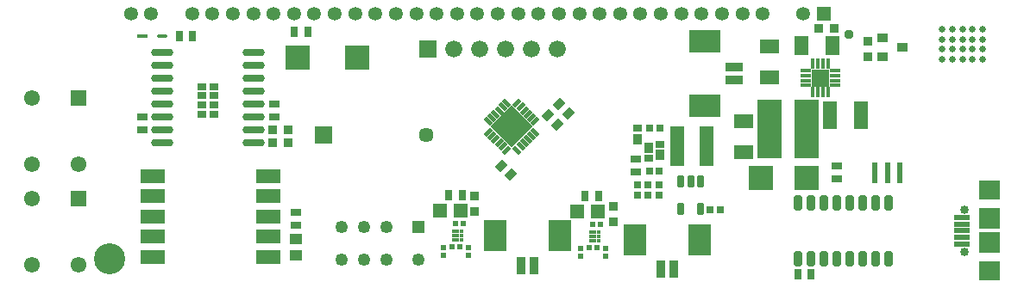
<source format=gbr>
%TF.GenerationSoftware,Altium Limited,Altium Designer,22.2.1 (43)*%
G04 Layer_Color=16711935*
%FSLAX26Y26*%
%MOIN*%
%TF.SameCoordinates,49CA406D-FE3E-4379-A0B2-47437619DC98*%
%TF.FilePolarity,Negative*%
%TF.FileFunction,Soldermask,Bot*%
%TF.Part,Single*%
G01*
G75*
%TA.AperFunction,ComponentPad*%
%ADD55C,0.049213*%
%ADD56R,0.049213X0.049213*%
%ADD57C,0.061024*%
%ADD58R,0.061024X0.061024*%
%TA.AperFunction,SMDPad,CuDef*%
%ADD112R,0.039592X0.015452*%
G04:AMPARAMS|DCode=113|XSize=39.592mil|YSize=15.452mil|CornerRadius=7.726mil|HoleSize=0mil|Usage=FLASHONLY|Rotation=0.000|XOffset=0mil|YOffset=0mil|HoleType=Round|Shape=RoundedRectangle|*
%AMROUNDEDRECTD113*
21,1,0.039592,0.000000,0,0,0.0*
21,1,0.024140,0.015452,0,0,0.0*
1,1,0.015452,0.012070,0.000000*
1,1,0.015452,-0.012070,0.000000*
1,1,0.015452,-0.012070,0.000000*
1,1,0.015452,0.012070,0.000000*
%
%ADD113ROUNDEDRECTD113*%
G04:AMPARAMS|DCode=142|XSize=40.157mil|YSize=28.346mil|CornerRadius=0mil|HoleSize=0mil|Usage=FLASHONLY|Rotation=45.000|XOffset=0mil|YOffset=0mil|HoleType=Round|Shape=Rectangle|*
%AMROTATEDRECTD142*
4,1,4,-0.004176,-0.024220,-0.024220,-0.004176,0.004176,0.024220,0.024220,0.004176,-0.004176,-0.024220,0.0*
%
%ADD142ROTATEDRECTD142*%

%ADD143R,0.028346X0.040157*%
%ADD144R,0.037496X0.068992*%
%ADD145R,0.088677X0.124110*%
%ADD146R,0.038000X0.038000*%
%ADD147R,0.053240X0.057180*%
%ADD148R,0.023323X0.021748*%
%ADD149R,0.021748X0.023323*%
%TA.AperFunction,BGAPad,CuDef*%
%ADD150C,0.015000*%
%TA.AperFunction,SMDPad,CuDef*%
%ADD151R,0.038000X0.038000*%
%ADD152R,0.037496X0.025685*%
%ADD153O,0.084740X0.029622*%
%ADD154R,0.040157X0.028346*%
%ADD155P,0.164383X4X90.0*%
G04:AMPARAMS|DCode=156|XSize=37.496mil|YSize=17.811mil|CornerRadius=0mil|HoleSize=0mil|Usage=FLASHONLY|Rotation=45.000|XOffset=0mil|YOffset=0mil|HoleType=Round|Shape=Rectangle|*
%AMROTATEDRECTD156*
4,1,4,-0.006960,-0.019554,-0.019554,-0.006960,0.006960,0.019554,0.019554,0.006960,-0.006960,-0.019554,0.0*
%
%ADD156ROTATEDRECTD156*%

G04:AMPARAMS|DCode=157|XSize=37.496mil|YSize=17.811mil|CornerRadius=0mil|HoleSize=0mil|Usage=FLASHONLY|Rotation=135.000|XOffset=0mil|YOffset=0mil|HoleType=Round|Shape=Rectangle|*
%AMROTATEDRECTD157*
4,1,4,0.019554,-0.006960,0.006960,-0.019554,-0.019554,0.006960,-0.006960,0.019554,0.019554,-0.006960,0.0*
%
%ADD157ROTATEDRECTD157*%

%ADD158R,0.045370X0.041433*%
%ADD159R,0.096000X0.096000*%
%ADD160R,0.092614X0.053244*%
%ADD161R,0.124110X0.088677*%
%ADD162R,0.068992X0.037496*%
%ADD163R,0.096551X0.096551*%
%ADD164R,0.039465X0.017811*%
%ADD165R,0.017811X0.039465*%
%ADD166R,0.068992X0.068992*%
%ADD167R,0.076000X0.056000*%
%ADD168R,0.056000X0.076000*%
%ADD169R,0.056000X0.106000*%
%ADD170R,0.092614X0.228441*%
%ADD171R,0.021748X0.084740*%
G04:AMPARAMS|DCode=172|XSize=57.575mil|YSize=30.409mil|CornerRadius=6.051mil|HoleSize=0mil|Usage=FLASHONLY|Rotation=270.000|XOffset=0mil|YOffset=0mil|HoleType=Round|Shape=RoundedRectangle|*
%AMROUNDEDRECTD172*
21,1,0.057575,0.018307,0,0,270.0*
21,1,0.045472,0.030409,0,0,270.0*
1,1,0.012102,-0.009153,-0.022736*
1,1,0.012102,-0.009153,0.022736*
1,1,0.012102,0.009153,0.022736*
1,1,0.012102,0.009153,-0.022736*
%
%ADD172ROUNDEDRECTD172*%
%ADD173R,0.080803X0.080803*%
%TA.AperFunction,ConnectorPad*%
%ADD174R,0.080803X0.076866*%
%ADD175R,0.059150X0.021748*%
%TA.AperFunction,SMDPad,CuDef*%
%ADD176C,0.037496*%
%ADD177R,0.037496X0.037496*%
%ADD178R,0.041433X0.037496*%
%ADD179R,0.036221X0.028740*%
%ADD180R,0.036221X0.044488*%
%ADD181R,0.028346X0.028346*%
G04:AMPARAMS|DCode=182|XSize=29.622mil|YSize=45.37mil|CornerRadius=5.008mil|HoleSize=0mil|Usage=FLASHONLY|Rotation=180.000|XOffset=0mil|YOffset=0mil|HoleType=Round|Shape=RoundedRectangle|*
%AMROUNDEDRECTD182*
21,1,0.029622,0.035354,0,0,180.0*
21,1,0.019606,0.045370,0,0,180.0*
1,1,0.010016,-0.009803,0.017677*
1,1,0.010016,0.009803,0.017677*
1,1,0.010016,0.009803,-0.017677*
1,1,0.010016,-0.009803,-0.017677*
%
%ADD182ROUNDEDRECTD182*%
%ADD183R,0.051968X0.154331*%
%ADD184R,0.028346X0.028346*%
%TA.AperFunction,ComponentPad*%
%ADD185R,0.053244X0.053244*%
%ADD186C,0.053244*%
%ADD187R,0.070961X0.070961*%
%ADD188C,0.057181*%
%ADD189C,0.120173*%
%ADD190C,0.033559*%
%ADD191R,0.066000X0.066000*%
%ADD192C,0.066000*%
%TA.AperFunction,ViaPad*%
%ADD193C,0.025685*%
D55*
X1355394Y97008D02*
D03*
X1442008Y97008D02*
D03*
X1528622Y97008D02*
D03*
X1355393Y222992D02*
D03*
X1442008D02*
D03*
X1528622Y222992D02*
D03*
X1654606Y97008D02*
D03*
D56*
X1654607Y222992D02*
D03*
D57*
X161417Y467047D02*
D03*
Y722953D02*
D03*
X338583Y467047D02*
D03*
X161417Y77047D02*
D03*
Y332953D02*
D03*
X338583Y77047D02*
D03*
D58*
Y722953D02*
D03*
Y332953D02*
D03*
D112*
X585619Y965000D02*
D03*
D113*
X664381Y965000D02*
D03*
D142*
X2196901Y700163D02*
D03*
X2233092Y663972D02*
D03*
X1974830Y462234D02*
D03*
X2011020Y426043D02*
D03*
X2153365Y656627D02*
D03*
X2189557Y620437D02*
D03*
D143*
X1174409Y979995D02*
D03*
X1225591D02*
D03*
X780591Y964995D02*
D03*
X729409D02*
D03*
X1822529Y348686D02*
D03*
X1771348Y348685D02*
D03*
X2349380Y345078D02*
D03*
X2298199Y345078D02*
D03*
X3170590Y39995D02*
D03*
X3119410Y39996D02*
D03*
D144*
X2590394Y60197D02*
D03*
X2639606Y60197D02*
D03*
X2050393Y75197D02*
D03*
X2099606Y75197D02*
D03*
D145*
X2490000Y174370D02*
D03*
X2740000Y174370D02*
D03*
X1949999Y189370D02*
D03*
X2200000Y189370D02*
D03*
D146*
X1871265Y284107D02*
D03*
X1871265Y344107D02*
D03*
X2406470Y245500D02*
D03*
X2406469Y305500D02*
D03*
D147*
X1736415Y288167D02*
D03*
X1816415Y288166D02*
D03*
X2266620Y284560D02*
D03*
X2346621Y284560D02*
D03*
D148*
X1751457Y114235D02*
D03*
X1751457Y144155D02*
D03*
X1845514Y114481D02*
D03*
X1845514Y144402D02*
D03*
X2375557Y110874D02*
D03*
X2375555Y140795D02*
D03*
X2279429Y110873D02*
D03*
X2279430Y140794D02*
D03*
D149*
X1783754Y146946D02*
D03*
X1813675Y146945D02*
D03*
X1797093Y236944D02*
D03*
X1827014Y236945D02*
D03*
X2325650Y233339D02*
D03*
X2355572Y233338D02*
D03*
X2312071Y143760D02*
D03*
X2341992Y143759D02*
D03*
D150*
X1820111Y206953D02*
D03*
X1804364Y206953D02*
D03*
X1788616Y206953D02*
D03*
X1820111Y191205D02*
D03*
X1804364Y191205D02*
D03*
X1788616Y191205D02*
D03*
X1820112Y175456D02*
D03*
X1804363Y175458D02*
D03*
X1788615Y175457D02*
D03*
X2350317Y203347D02*
D03*
X2334569Y203346D02*
D03*
X2318821Y203347D02*
D03*
X2350316Y187599D02*
D03*
X2334569Y187598D02*
D03*
X2318821D02*
D03*
X2350317Y171850D02*
D03*
X2334569Y171851D02*
D03*
X2318821D02*
D03*
D151*
X1090001Y550000D02*
D03*
X1150001D02*
D03*
X1090000Y600000D02*
D03*
X1150000D02*
D03*
X3260500Y994357D02*
D03*
X3200500Y994357D02*
D03*
D152*
X863622Y661850D02*
D03*
X863621Y697283D02*
D03*
X863622Y732716D02*
D03*
X863621Y768149D02*
D03*
X816379Y768149D02*
D03*
X816376Y732716D02*
D03*
X816378Y697283D02*
D03*
X816378Y661850D02*
D03*
D153*
X1017165Y900000D02*
D03*
X1017166Y849999D02*
D03*
X1017165Y800001D02*
D03*
X1017166Y750000D02*
D03*
X1017165Y700000D02*
D03*
X1017166Y650001D02*
D03*
X1017166Y600000D02*
D03*
Y550000D02*
D03*
X662835Y900000D02*
D03*
X662835Y850000D02*
D03*
X662834Y800000D02*
D03*
X662835Y750000D02*
D03*
X662834Y700001D02*
D03*
X662835Y650000D02*
D03*
X662835Y600000D02*
D03*
Y550000D02*
D03*
D154*
X585004Y599410D02*
D03*
X585005Y650591D02*
D03*
X1095005Y649409D02*
D03*
Y700591D02*
D03*
X1180005Y229409D02*
D03*
X1180005Y280591D02*
D03*
X3270004Y460591D02*
D03*
X3270005Y409409D02*
D03*
X2494922Y436472D02*
D03*
X2494921Y487653D02*
D03*
D155*
X2013786Y612929D02*
D03*
D156*
X2104262Y633809D02*
D03*
X2090343Y647728D02*
D03*
X2076423Y661648D02*
D03*
X2062504Y675567D02*
D03*
X2048584Y689486D02*
D03*
X2034665Y703406D02*
D03*
X1923310Y592050D02*
D03*
X1937229Y578131D02*
D03*
X1951149Y564212D02*
D03*
X1965068Y550292D02*
D03*
X1978987Y536373D02*
D03*
X1992907Y522453D02*
D03*
D157*
X1992907Y703406D02*
D03*
X1978987Y689486D02*
D03*
X1965068Y675567D02*
D03*
X1951149Y661648D02*
D03*
X1937229Y647728D02*
D03*
X1923310Y633809D02*
D03*
X2034665Y522453D02*
D03*
X2048585Y536373D02*
D03*
X2062504Y550292D02*
D03*
X2076424Y564212D02*
D03*
X2090343Y578131D02*
D03*
X2104262Y592050D02*
D03*
D158*
X1180000Y176496D02*
D03*
X1180000Y113504D02*
D03*
D159*
X1185001Y880002D02*
D03*
X1415000Y880000D02*
D03*
D160*
X1074409Y422481D02*
D03*
X1074409Y343740D02*
D03*
X1074410Y265000D02*
D03*
X1074409Y186260D02*
D03*
X1074409Y107519D02*
D03*
X625591Y107519D02*
D03*
X625590Y186259D02*
D03*
X625591Y265001D02*
D03*
X625591Y343740D02*
D03*
X625591Y422481D02*
D03*
D161*
X2760630Y945000D02*
D03*
X2760630Y695000D02*
D03*
D162*
X2874803Y844606D02*
D03*
X2874803Y795393D02*
D03*
D163*
X3153229Y414961D02*
D03*
X2976063Y414961D02*
D03*
D164*
X3150717Y772575D02*
D03*
X3150717Y792260D02*
D03*
X3150717Y811945D02*
D03*
Y831630D02*
D03*
X3262922Y831630D02*
D03*
X3262922Y811945D02*
D03*
X3262922Y792260D02*
D03*
X3262922Y772575D02*
D03*
D165*
X3196977Y746000D02*
D03*
X3236347Y746000D02*
D03*
X3216662Y746000D02*
D03*
X3177292Y746000D02*
D03*
X3196977Y858205D02*
D03*
X3216662Y858206D02*
D03*
X3236347Y858205D02*
D03*
X3177292Y858205D02*
D03*
D166*
X3206819Y802102D02*
D03*
D167*
X2908579Y512501D02*
D03*
X2908579Y632500D02*
D03*
X3008579Y802500D02*
D03*
X3008579Y922500D02*
D03*
D168*
X3252500Y926421D02*
D03*
X3132500Y926421D02*
D03*
D169*
X3242500Y658579D02*
D03*
X3362500Y658579D02*
D03*
D170*
X3154772Y604221D02*
D03*
X3011229D02*
D03*
D171*
X3417756Y435000D02*
D03*
X3465000Y435000D02*
D03*
X3512245D02*
D03*
D172*
X3120000Y101732D02*
D03*
X3170000Y101732D02*
D03*
X3470000Y318267D02*
D03*
X3419999Y101732D02*
D03*
X3420000Y318268D02*
D03*
X3320001Y318269D02*
D03*
X3470000Y101732D02*
D03*
X3370000Y318267D02*
D03*
X3370000Y101732D02*
D03*
X3319999Y101733D02*
D03*
X3220000Y101733D02*
D03*
X3270000Y318267D02*
D03*
X3219999Y318267D02*
D03*
X3120000Y318268D02*
D03*
X3270000Y101732D02*
D03*
X3170000Y318268D02*
D03*
D173*
X3860000Y257245D02*
D03*
X3860001Y162756D02*
D03*
D174*
X3860000Y367480D02*
D03*
X3860000Y52519D02*
D03*
D175*
X3754685Y261182D02*
D03*
X3754685Y158819D02*
D03*
X3754685Y235591D02*
D03*
X3754685Y210000D02*
D03*
X3754685Y184410D02*
D03*
D176*
X3315000Y970000D02*
D03*
D177*
X3390000Y945042D02*
D03*
Y885042D02*
D03*
D178*
X3524370Y920000D02*
D03*
X3445630Y957402D02*
D03*
Y882598D02*
D03*
D179*
X2499444Y607910D02*
D03*
X2541748Y489370D02*
D03*
X2585812Y545629D02*
D03*
D180*
X2499443Y564997D02*
D03*
X2541747Y532283D02*
D03*
X2585810Y502716D02*
D03*
D181*
X2545038Y441653D02*
D03*
X2584409Y441654D02*
D03*
X2819000Y290827D02*
D03*
X2779630Y290827D02*
D03*
X2585827Y608346D02*
D03*
X2546457Y608346D02*
D03*
D182*
X2668307Y402315D02*
D03*
X2705709Y402315D02*
D03*
X2743111Y402315D02*
D03*
X2743110Y294047D02*
D03*
X2668307Y294047D02*
D03*
D183*
X2765118Y536258D02*
D03*
X2654883Y536258D02*
D03*
D184*
X2582164Y386221D02*
D03*
X2582165Y346851D02*
D03*
X2499111Y346889D02*
D03*
X2499111Y386260D02*
D03*
X2540472Y346851D02*
D03*
X2540471Y386221D02*
D03*
D185*
X3220000Y1050000D02*
D03*
D186*
X3141260Y1050000D02*
D03*
X2983779Y1050000D02*
D03*
X2905040D02*
D03*
X2826299Y1050000D02*
D03*
X2747559Y1050000D02*
D03*
X2668819Y1050000D02*
D03*
X2590078Y1050001D02*
D03*
X2511338Y1050000D02*
D03*
X2432599Y1050000D02*
D03*
X2353858Y1050000D02*
D03*
X2275118Y1050000D02*
D03*
X2196377D02*
D03*
X2117637D02*
D03*
X2038898Y1050001D02*
D03*
X1960157Y1050000D02*
D03*
X1881417Y1050001D02*
D03*
X1802677Y1050000D02*
D03*
X1723936Y1049999D02*
D03*
X1645196D02*
D03*
X1566456Y1050000D02*
D03*
X1487716Y1050000D02*
D03*
X1408976Y1050000D02*
D03*
X1330235Y1050000D02*
D03*
X1251495Y1050000D02*
D03*
X1172756Y1050000D02*
D03*
X1094015Y1050001D02*
D03*
X1015275Y1050000D02*
D03*
X936534D02*
D03*
X857795Y1050000D02*
D03*
X779054Y1049999D02*
D03*
X621574Y1050000D02*
D03*
X542834Y1050001D02*
D03*
D187*
X1288150Y580000D02*
D03*
D188*
X1681851Y579999D02*
D03*
D189*
X460000Y100000D02*
D03*
D190*
X3763544Y291693D02*
D03*
X3763543Y128307D02*
D03*
D191*
X1690000Y915000D02*
D03*
D192*
X1790000D02*
D03*
X1890000Y914999D02*
D03*
X1990000Y915000D02*
D03*
X2090000Y915000D02*
D03*
X2190000Y915000D02*
D03*
D193*
X3755000Y873485D02*
D03*
X3794370Y873485D02*
D03*
X3833740Y873484D02*
D03*
X3676260Y873485D02*
D03*
X3715629Y873484D02*
D03*
X3755000Y991594D02*
D03*
X3833740Y991594D02*
D03*
X3715630Y991593D02*
D03*
X3676259Y991595D02*
D03*
X3794370Y991595D02*
D03*
X3715631Y912855D02*
D03*
X3676259Y912854D02*
D03*
X3833740Y912854D02*
D03*
X3794370D02*
D03*
X3755001Y912854D02*
D03*
X3794370Y952225D02*
D03*
X3676260Y952225D02*
D03*
X3715630Y952224D02*
D03*
X3833740Y952225D02*
D03*
X3755001Y952224D02*
D03*
%TF.MD5,d4936e0380880b8d60db96ed5b26d709*%
M02*

</source>
